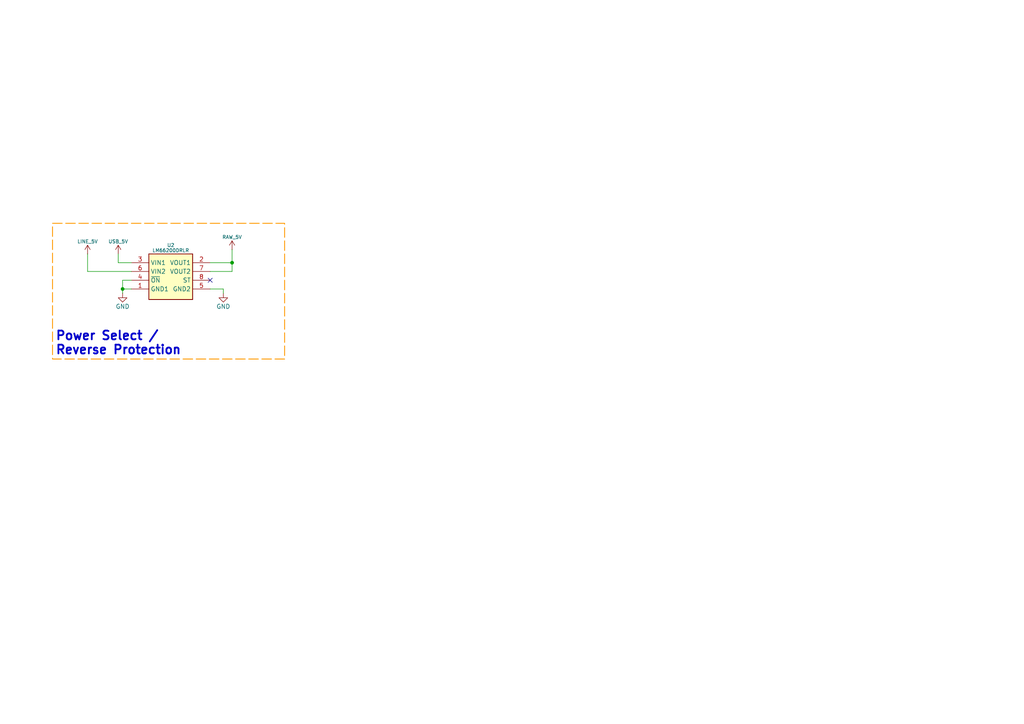
<source format=kicad_sch>
(kicad_sch (version 20250114) (generator "eeschema") (generator_version "9.0")
  (paper "A4")
  (lib_symbols
    (symbol "CRGM Power:LM66200DRLR"
      (property "Reference" "U" (at -6.096 10.922 0))
      (property "Value" "LM66200DRLR" (at -6.096 8.382 0))
      (symbol "LM66200DRLR_1_1"
        (rectangle (start -6.35 6.35) (end 6.35 -6.858) (stroke (width 0.254)) (fill (type background)))
        (pin passive line (at -11.43 3.81 0) (length 5.08) (name "VIN1") (number "3"))
        (pin passive line (at -11.43 1.27 0) (length 5.08) (name "VIN2") (number "6"))
        (pin passive line (at -11.43 -1.27 0) (length 5.08) (name "~{ON}") (number "4"))
        (pin passive line (at -11.43 -3.81 0) (length 5.08) (name "GND1") (number "1"))
        (pin passive line (at 11.43 3.81 180) (length 5.08) (name "VOUT1") (number "2"))
        (pin passive line (at 11.43 1.27 180) (length 5.08) (name "VOUT2") (number "7"))
        (pin passive line (at 11.43 -1.27 180) (length 5.08) (name "ST") (number "8"))
        (pin passive line (at 11.43 -3.81 180) (length 5.08) (name "GND2") (number "5"))
      )
    )
    (symbol "power:+5V" (power) (pin_numbers (hide yes)) (pin_names (offset 0) (hide yes))
      (property "Value" "+5V" (at 0 3.556 0))
      (symbol "+5V_0_1"
        (polyline (pts (xy -0.762 1.27) (xy 0 2.54)))
        (polyline (pts (xy 0 2.54) (xy 0.762 1.27)))
        (polyline (pts (xy 0 0) (xy 0 2.54)))
      )
      (symbol "+5V_1_1"
        (pin power_in line (at 0 0 90) (length 0) (name "~") (number "1"))
      )
    )
    (symbol "power:GND" (power) (pin_numbers (hide yes)) (pin_names (offset 0) (hide yes))
      (property "Value" "GND" (at 0 -3.81 0))
      (symbol "GND_0_1"
        (polyline (pts (xy 0 0) (xy 0 -1.27) (xy 1.27 -1.27) (xy 0 -2.54) (xy -1.27 -1.27) (xy 0 -1.27)))
      )
      (symbol "GND_1_1"
        (pin power_in line (at 0 0 270) (length 0) (name "~") (number "1"))
      )
    )
  )
  (rectangle (start 15.24 64.77) (end 82.55 104.14) (stroke (width 0.254) (type dash) (color 255 153 0 1)))
  (text "Power Select /\nReverse Protection" (at 16.002 99.568 0) (effects (font (size 2.54 2.54) (thickness 0.508) (bold yes)) (justify left)))
  (junction (at 67.31 76.2))
  (junction (at 35.56 83.82))
  (no_connect (at 60.96 81.28))
  (wire (pts (xy 34.29 76.2) (xy 34.29 73.66)))
  (wire (pts (xy 60.96 78.74) (xy 67.31 78.74)))
  (wire (pts (xy 60.96 83.82) (xy 64.77 83.82)))
  (wire (pts (xy 60.96 76.2) (xy 67.31 76.2)))
  (wire (pts (xy 38.1 83.82) (xy 35.56 83.82)))
  (wire (pts (xy 25.4 78.74) (xy 25.4 73.66)))
  (wire (pts (xy 67.31 72.39) (xy 67.31 76.2)))
  (wire (pts (xy 35.56 81.28) (xy 35.56 83.82)))
  (wire (pts (xy 38.1 81.28) (xy 35.56 81.28)))
  (wire (pts (xy 64.77 83.82) (xy 64.77 85.09)))
  (wire (pts (xy 35.56 83.82) (xy 35.56 85.09)))
  (wire (pts (xy 38.1 76.2) (xy 34.29 76.2)))
  (wire (pts (xy 38.1 78.74) (xy 25.4 78.74)))
  (wire (pts (xy 67.31 78.74) (xy 67.31 76.2)))
  (symbol (lib_id "power:+5V") (at 67.31 72.39 0) (unit 1)
    (property "Reference" "#PWR032" (effects (hide yes)))
    (property "Value" "RAW_5V" (at 67.31 69.342 0) (effects (font (size 1 1)) (justify bottom)))
    (property "Description" "Power symbol creates a global label with name \"+5V\"" (effects (hide yes)))
  )
  (symbol (lib_id "power:GND") (at 64.77 85.09 0) (unit 1)
    (property "Reference" "#PWR031" (effects (hide yes)))
    (property "Value" "GND" (at 64.77 88.9 0))
    (property "Description" "Power symbol creates a global label with name \"GND\" , ground" (effects (hide yes)))
  )
  (symbol (lib_id "power:+5V") (at 34.29 73.66 0) (unit 1)
    (property "Reference" "#PWR029" (effects (hide yes)))
    (property "Value" "USB_5V" (at 34.29 70.612 0) (effects (font (size 1 1)) (justify bottom)))
    (property "Description" "Power symbol creates a global label with name \"+5V\"" (effects (hide yes)))
  )
  (symbol (lib_id "power:+5V") (at 25.4 73.66 0) (unit 1)
    (property "Reference" "#PWR016" (effects (hide yes)))
    (property "Value" "LINE_5V" (at 25.4 70.612 0) (effects (font (size 1 1)) (justify bottom)))
    (property "Description" "Power symbol creates a global label with name \"+5V\"" (effects (hide yes)))
  )
  (symbol (lib_id "power:GND") (at 35.56 85.09 0) (unit 1)
    (property "Reference" "#PWR030" (effects (hide yes)))
    (property "Value" "GND" (at 35.56 88.9 0))
    (property "Description" "Power symbol creates a global label with name \"GND\" , ground" (effects (hide yes)))
  )
  (symbol (lib_id "CRGM Power:LM66200DRLR") (at 49.53 80.01 0) (unit 1)
    (property "Reference" "U2" (at 49.53 71.12 0) (effects (font (size 1 1))))
    (property "Value" "LM66200DRLR" (at 49.53 72.644 0) (effects (font (size 1 1))))
    (property "Footprint" "CRGM Power:SOTFL50P160X60-8N" (effects (hide yes)))
    (property "Datasheet" "https://www.ti.com/lit/gpn/lm66200" (effects (hide yes)))
    (property "Description" "1.6-V to 5.5-V, 40-m, 2.5-A, low-IQ, dual ideal diode" (effects (hide yes)))
    (property "MN" "Texas Instruments" (effects (hide yes)))
    (property "MPN" "LM66200DRLR" (effects (hide yes)))
    (property "Mouser" "595-LM66200DRLR" (effects (hide yes)))
    (property "Digikey" "296-LM66200DRLRTR-ND" (effects (hide yes)))
    (property "LCSC" "C3235556" (effects (hide yes)))
    (property "Height" "0.6" (effects (hide yes)))
    (property "FT Rotation Offset" "-90" (effects (hide yes)))
  )
)
</source>
